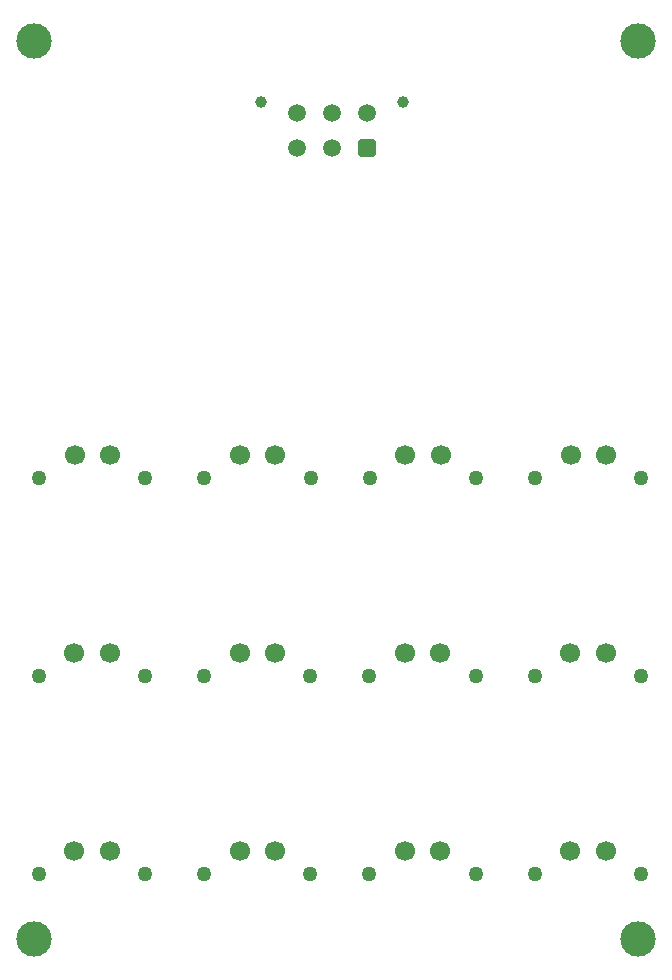
<source format=gbr>
%TF.GenerationSoftware,KiCad,Pcbnew,(6.0.7)*%
%TF.CreationDate,2022-12-11T16:26:28-06:00*%
%TF.ProjectId,BPS-Fan,4250532d-4661-46e2-9e6b-696361645f70,rev?*%
%TF.SameCoordinates,Original*%
%TF.FileFunction,Soldermask,Bot*%
%TF.FilePolarity,Negative*%
%FSLAX46Y46*%
G04 Gerber Fmt 4.6, Leading zero omitted, Abs format (unit mm)*
G04 Created by KiCad (PCBNEW (6.0.7)) date 2022-12-11 16:26:28*
%MOMM*%
%LPD*%
G01*
G04 APERTURE LIST*
G04 Aperture macros list*
%AMRoundRect*
0 Rectangle with rounded corners*
0 $1 Rounding radius*
0 $2 $3 $4 $5 $6 $7 $8 $9 X,Y pos of 4 corners*
0 Add a 4 corners polygon primitive as box body*
4,1,4,$2,$3,$4,$5,$6,$7,$8,$9,$2,$3,0*
0 Add four circle primitives for the rounded corners*
1,1,$1+$1,$2,$3*
1,1,$1+$1,$4,$5*
1,1,$1+$1,$6,$7*
1,1,$1+$1,$8,$9*
0 Add four rect primitives between the rounded corners*
20,1,$1+$1,$2,$3,$4,$5,0*
20,1,$1+$1,$4,$5,$6,$7,0*
20,1,$1+$1,$6,$7,$8,$9,0*
20,1,$1+$1,$8,$9,$2,$3,0*%
G04 Aperture macros list end*
%ADD10C,3.000000*%
%ADD11C,1.270000*%
%ADD12C,1.700000*%
%ADD13C,1.000000*%
%ADD14RoundRect,0.250001X0.499999X0.499999X-0.499999X0.499999X-0.499999X-0.499999X0.499999X-0.499999X0*%
%ADD15C,1.500000*%
G04 APERTURE END LIST*
D10*
X131571762Y-43745610D03*
X182693524Y-119745610D03*
X131543524Y-119745610D03*
X182721762Y-43745610D03*
D11*
X146000000Y-80760610D03*
X155000000Y-80760610D03*
D12*
X152000000Y-78800610D03*
X149000000Y-78800610D03*
D11*
X182971762Y-114254670D03*
X173971762Y-114254670D03*
D12*
X179971762Y-112294670D03*
X176971762Y-112294670D03*
D11*
X141000000Y-80760610D03*
X132000000Y-80760610D03*
D12*
X138000000Y-78800610D03*
X135000000Y-78800610D03*
D11*
X160000000Y-80760610D03*
X169000000Y-80760610D03*
D12*
X166000000Y-78800610D03*
X163000000Y-78800610D03*
D11*
X145971762Y-114254670D03*
X154971762Y-114254670D03*
D12*
X151971762Y-112294670D03*
X148971762Y-112294670D03*
D11*
X131971762Y-97505250D03*
X140971762Y-97505250D03*
D12*
X137971762Y-95545250D03*
X134971762Y-95545250D03*
D11*
X168971762Y-97505250D03*
X159971762Y-97505250D03*
D12*
X165971762Y-95545250D03*
X162971762Y-95545250D03*
D13*
X150800000Y-48860000D03*
X162800000Y-48860000D03*
D14*
X159800000Y-52800000D03*
D15*
X156800000Y-52800000D03*
X153800000Y-52800000D03*
X159800000Y-49800000D03*
X156800000Y-49800000D03*
X153800000Y-49800000D03*
D11*
X145971762Y-97505250D03*
X154971762Y-97505250D03*
D12*
X151971762Y-95545250D03*
X148971762Y-95545250D03*
D11*
X140971762Y-114254670D03*
X131971762Y-114254670D03*
D12*
X137971762Y-112294670D03*
X134971762Y-112294670D03*
D11*
X159971762Y-114254670D03*
X168971762Y-114254670D03*
D12*
X165971762Y-112294670D03*
X162971762Y-112294670D03*
D11*
X173971762Y-97505250D03*
X182971762Y-97505250D03*
D12*
X179971762Y-95545250D03*
X176971762Y-95545250D03*
D11*
X183000000Y-80760610D03*
X174000000Y-80760610D03*
D12*
X180000000Y-78800610D03*
X177000000Y-78800610D03*
M02*

</source>
